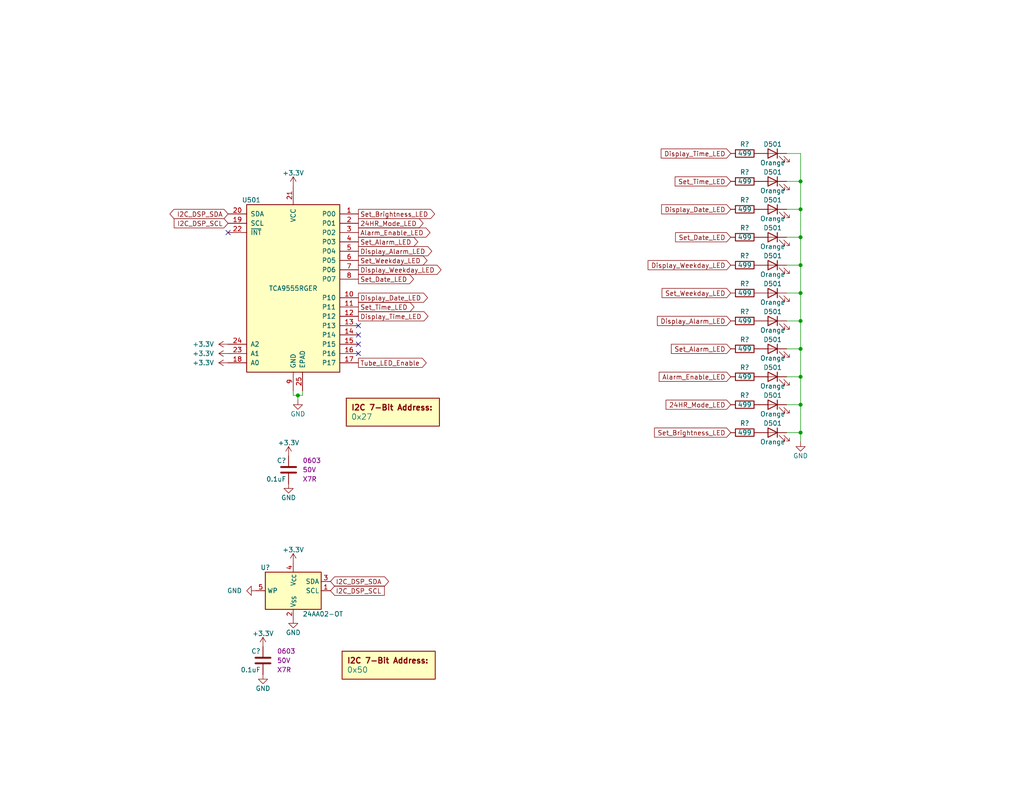
<source format=kicad_sch>
(kicad_sch (version 20230121) (generator eeschema)
  (paper "A")
  (title_block (date "2023-05-21") (rev "PRELIM") (company "Drew Maatman"))
  (lib_symbols
    (symbol "Custom_Library:C_Custom" (pin_numbers hide) (pin_names (offset 0.254))
      (property "Reference" "C" (at 0.635 2.54 0))
      (property "Value" "C_Custom" (at 0.635 -2.54 0))
      (property "display_footprint" "Foot" (at -3.81 2.54 0))
      (property "Voltage" "V" (at -3.81 0 0))
      (property "Dielectric" "Er" (at -3.81 -2.54 0))
      (symbol "C_Custom_0_1"
        (polyline (pts (xy -2.032 -0.762) (xy 2.032 -0.762)) (stroke (width 0.508)))
        (polyline (pts (xy -2.032 0.762) (xy 2.032 0.762)) (stroke (width 0.508)))
      )
      (symbol "C_Custom_1_1"
        (pin passive line (at 0 3.81 270) (length 2.794) (name "~") (number "1"))
        (pin passive line (at 0 -3.81 90) (length 2.794) (name "~") (number "2"))
      )
    )
    (symbol "Custom_Library:I2C_Address" (pin_names (offset 1.016))
      (property "Value" "I2C_Address" (at -11.43 0 0))
      (symbol "I2C_Address_0_0"
        (rectangle (start -12.7 5.08) (end 12.7 -2.54) (stroke (width 0.254)) (fill (type background)))
        (text "I2C 7-Bit Address:" (at -11.43 2.54 0) (effects (font (size 1.524 1.524) bold) (justify left)))
      )
    )
    (symbol "Custom_Library:R_Custom" (pin_numbers hide) (pin_names (offset 1.016) hide)
      (property "Reference" "R" (at -2.54 0 90))
      (property "Value" "R_Custom" (at 0 0 90))
      (property "display_footprint" "Foot" (at 2.54 0 90))
      (property "Tolerance" "Tol" (at 5.08 0 90))
      (property "Wattage" "W" (at 7.62 0 90))
      (symbol "R_Custom_0_1"
        (rectangle (start 1.016 2.54) (end -1.016 -2.54) (stroke (width 0.254)))
      )
      (symbol "R_Custom_1_1"
        (pin passive line (at 0 3.81 270) (length 1.27) (name "1") (number "1"))
        (pin passive line (at 0 -3.81 90) (length 1.27) (name "2") (number "2"))
      )
    )
    (symbol "Device:LED" (pin_numbers hide) (pin_names (offset 1.016) hide)
      (property "Reference" "D" (at 0 2.54 0))
      (property "Value" "LED" (at 0 -2.54 0))
      (symbol "LED_0_1"
        (polyline (pts (xy -1.27 -1.27) (xy -1.27 1.27)) (stroke (width 0.254)))
        (polyline (pts (xy -1.27 0) (xy 1.27 0)))
        (polyline (pts (xy 1.27 -1.27) (xy 1.27 1.27) (xy -1.27 0) (xy 1.27 -1.27)) (stroke (width 0.254)))
        (polyline (pts (xy -3.048 -0.762) (xy -4.572 -2.286) (xy -3.81 -2.286) (xy -4.572 -2.286) (xy -4.572 -1.524)))
        (polyline (pts (xy -1.778 -0.762) (xy -3.302 -2.286) (xy -2.54 -2.286) (xy -3.302 -2.286) (xy -3.302 -1.524)))
      )
      (symbol "LED_1_1"
        (pin passive line (at -3.81 0 0) (length 2.54) (name "K") (number "1"))
        (pin passive line (at 3.81 0 180) (length 2.54) (name "A") (number "2"))
      )
    )
    (symbol "Interface_Expansion:TCA9555RGER" (pin_names (offset 1.016))
      (property "Reference" "U" (at -11.43 24.13 0))
      (property "Value" "TCA9555RGER" (at 0 0 0))
      (symbol "TCA9555RGER_0_1"
        (rectangle (start -12.7 22.86) (end 12.7 -22.86) (stroke (width 0.254)) (fill (type background)))
      )
      (symbol "TCA9555RGER_1_1"
        (pin bidirectional line (at 17.78 20.32 180) (length 5.08) (name "P00") (number "1"))
        (pin bidirectional line (at 17.78 -2.54 180) (length 5.08) (name "P10") (number "10"))
        (pin bidirectional line (at 17.78 -5.08 180) (length 5.08) (name "P11") (number "11"))
        (pin bidirectional line (at 17.78 -7.62 180) (length 5.08) (name "P12") (number "12"))
        (pin bidirectional line (at 17.78 -10.16 180) (length 5.08) (name "P13") (number "13"))
        (pin bidirectional line (at 17.78 -12.7 180) (length 5.08) (name "P14") (number "14"))
        (pin bidirectional line (at 17.78 -15.24 180) (length 5.08) (name "P15") (number "15"))
        (pin bidirectional line (at 17.78 -17.78 180) (length 5.08) (name "P16") (number "16"))
        (pin bidirectional line (at 17.78 -20.32 180) (length 5.08) (name "P17") (number "17"))
        (pin input line (at -17.78 -20.32 0) (length 5.08) (name "A0") (number "18"))
        (pin input line (at -17.78 17.78 0) (length 5.08) (name "SCL") (number "19"))
        (pin bidirectional line (at 17.78 17.78 180) (length 5.08) (name "P01") (number "2"))
        (pin bidirectional line (at -17.78 20.32 0) (length 5.08) (name "SDA") (number "20"))
        (pin power_in line (at 0 27.94 270) (length 5.08) (name "VCC") (number "21"))
        (pin open_collector line (at -17.78 15.24 0) (length 5.08) (name "~{INT}") (number "22"))
        (pin input line (at -17.78 -17.78 0) (length 5.08) (name "A1") (number "23"))
        (pin input line (at -17.78 -15.24 0) (length 5.08) (name "A2") (number "24"))
        (pin input line (at 2.54 -27.94 90) (length 5.08) (name "EPAD") (number "25"))
        (pin bidirectional line (at 17.78 15.24 180) (length 5.08) (name "P02") (number "3"))
        (pin bidirectional line (at 17.78 12.7 180) (length 5.08) (name "P03") (number "4"))
        (pin bidirectional line (at 17.78 10.16 180) (length 5.08) (name "P04") (number "5"))
        (pin bidirectional line (at 17.78 7.62 180) (length 5.08) (name "P05") (number "6"))
        (pin bidirectional line (at 17.78 5.08 180) (length 5.08) (name "P06") (number "7"))
        (pin bidirectional line (at 17.78 2.54 180) (length 5.08) (name "P07") (number "8"))
        (pin power_in line (at 0 -27.94 90) (length 5.08) (name "GND") (number "9"))
      )
    )
    (symbol "Memory_EEPROM:24AA02-OT"
      (property "Reference" "U" (at -7.62 6.35 0))
      (property "Value" "24AA02-OT" (at 2.54 -6.35 0))
      (symbol "24AA02-OT_1_1"
        (rectangle (start -7.62 5.08) (end 7.62 -5.08) (stroke (width 0.254)) (fill (type background)))
        (pin input line (at 10.16 0 180) (length 2.54) (name "SCL") (number "1"))
        (pin power_in line (at 0 -7.62 90) (length 2.54) (name "V_{SS}") (number "2"))
        (pin bidirectional line (at 10.16 2.54 180) (length 2.54) (name "SDA") (number "3"))
        (pin power_in line (at 0 7.62 270) (length 2.54) (name "V_{CC}") (number "4"))
        (pin input line (at -10.16 0 0) (length 2.54) (name "WP") (number "5"))
      )
    )
    (symbol "power:+3.3V" (power) (pin_names (offset 0))
      (property "Value" "+3.3V" (at 0 3.556 0))
      (symbol "+3.3V_0_1"
        (polyline (pts (xy -0.762 1.27) (xy 0 2.54)))
        (polyline (pts (xy 0 0) (xy 0 2.54)))
        (polyline (pts (xy 0 2.54) (xy 0.762 1.27)))
      )
      (symbol "+3.3V_1_1"
        (pin power_in line (at 0 0 90) (length 0) hide (name "+3.3V") (number "1"))
      )
    )
    (symbol "power:GND" (power) (pin_names (offset 0))
      (property "Value" "GND" (at 0 -3.81 0))
      (symbol "GND_0_1"
        (polyline (pts (xy 0 0) (xy 0 -1.27) (xy 1.27 -1.27) (xy 0 -2.54) (xy -1.27 -1.27) (xy 0 -1.27)))
      )
      (symbol "GND_1_1"
        (pin power_in line (at 0 0 270) (length 0) hide (name "GND") (number "1"))
      )
    )
  )
  (junction (at 218.44 110.49))
  (junction (at 218.44 64.77))
  (junction (at 81.28 107.95))
  (junction (at 218.44 87.63))
  (junction (at 218.44 49.53))
  (junction (at 218.44 72.39))
  (junction (at 218.44 118.11))
  (junction (at 218.44 57.15))
  (junction (at 218.44 95.25))
  (junction (at 218.44 80.01))
  (junction (at 218.44 102.87))
  (no_connect (at 97.79 91.44))
  (no_connect (at 97.79 93.98))
  (no_connect (at 62.23 63.5))
  (no_connect (at 97.79 96.52))
  (no_connect (at 97.79 88.9))
  (wire (pts (xy 218.44 102.87) (xy 218.44 95.25)))
  (wire (pts (xy 81.28 109.22) (xy 81.28 107.95)))
  (wire (pts (xy 218.44 120.65) (xy 218.44 118.11)))
  (wire (pts (xy 82.55 107.95) (xy 82.55 106.68)))
  (wire (pts (xy 218.44 102.87) (xy 214.63 102.87)))
  (wire (pts (xy 214.63 80.01) (xy 218.44 80.01)))
  (wire (pts (xy 218.44 87.63) (xy 214.63 87.63)))
  (wire (pts (xy 218.44 95.25) (xy 218.44 87.63)))
  (wire (pts (xy 218.44 41.91) (xy 214.63 41.91)))
  (wire (pts (xy 81.28 107.95) (xy 80.01 107.95)))
  (wire (pts (xy 214.63 49.53) (xy 218.44 49.53)))
  (wire (pts (xy 218.44 64.77) (xy 218.44 57.15)))
  (wire (pts (xy 218.44 118.11) (xy 218.44 110.49)))
  (wire (pts (xy 80.01 107.95) (xy 80.01 106.68)))
  (wire (pts (xy 214.63 95.25) (xy 218.44 95.25)))
  (wire (pts (xy 218.44 57.15) (xy 214.63 57.15)))
  (wire (pts (xy 214.63 64.77) (xy 218.44 64.77)))
  (wire (pts (xy 214.63 110.49) (xy 218.44 110.49)))
  (wire (pts (xy 81.28 107.95) (xy 82.55 107.95)))
  (wire (pts (xy 218.44 72.39) (xy 218.44 64.77)))
  (wire (pts (xy 218.44 49.53) (xy 218.44 41.91)))
  (wire (pts (xy 218.44 87.63) (xy 218.44 80.01)))
  (wire (pts (xy 218.44 72.39) (xy 214.63 72.39)))
  (wire (pts (xy 218.44 57.15) (xy 218.44 49.53)))
  (wire (pts (xy 218.44 80.01) (xy 218.44 72.39)))
  (wire (pts (xy 214.63 118.11) (xy 218.44 118.11)))
  (wire (pts (xy 218.44 110.49) (xy 218.44 102.87)))
  (global_label "Display_Time_LED" (shape input) (at 199.39 41.91 180) (property "Intersheetrefs" "${INTERSHEET_REFS}" (effects hide)))
  (global_label "Display_Alarm_LED" (shape input) (at 199.39 87.63 180) (property "Intersheetrefs" "${INTERSHEET_REFS}" (effects hide)))
  (global_label "Set_Date_LED" (shape output) (at 97.79 76.2 0) (property "Intersheetrefs" "${INTERSHEET_REFS}" (effects hide)))
  (global_label "Set_Time_LED" (shape input) (at 199.39 49.53 180) (property "Intersheetrefs" "${INTERSHEET_REFS}" (effects hide)))
  (global_label "Tube_LED_Enable" (shape output) (at 97.79 99.06 0) (property "Intersheetrefs" "${INTERSHEET_REFS}" (effects hide)))
  (global_label "I2C_DSP_SCL" (shape input) (at 90.17 161.29 0) (property "Intersheetrefs" "${INTERSHEET_REFS}" (effects hide)))
  (global_label "Set_Weekday_LED" (shape output) (at 97.79 71.12 0) (property "Intersheetrefs" "${INTERSHEET_REFS}" (effects hide)))
  (global_label "I2C_DSP_SDA" (shape bidirectional) (at 62.23 58.42 180) (property "Intersheetrefs" "${INTERSHEET_REFS}" (effects hide)))
  (global_label "Display_Weekday_LED" (shape output) (at 97.79 73.66 0) (property "Intersheetrefs" "${INTERSHEET_REFS}" (effects hide)))
  (global_label "Set_Brightness_LED" (shape input) (at 199.39 118.11 180) (property "Intersheetrefs" "${INTERSHEET_REFS}" (effects hide)))
  (global_label "Display_Time_LED" (shape output) (at 97.79 86.36 0) (property "Intersheetrefs" "${INTERSHEET_REFS}" (effects hide)))
  (global_label "Set_Date_LED" (shape input) (at 199.39 64.77 180) (property "Intersheetrefs" "${INTERSHEET_REFS}" (effects hide)))
  (global_label "Display_Alarm_LED" (shape output) (at 97.79 68.58 0) (property "Intersheetrefs" "${INTERSHEET_REFS}" (effects hide)))
  (global_label "Set_Time_LED" (shape output) (at 97.79 83.82 0) (property "Intersheetrefs" "${INTERSHEET_REFS}" (effects hide)))
  (global_label "24HR_Mode_LED" (shape input) (at 199.39 110.49 180) (property "Intersheetrefs" "${INTERSHEET_REFS}" (effects hide)))
  (global_label "Display_Date_LED" (shape input) (at 199.39 57.15 180) (property "Intersheetrefs" "${INTERSHEET_REFS}" (effects hide)))
  (global_label "24HR_Mode_LED" (shape output) (at 97.79 60.96 0) (property "Intersheetrefs" "${INTERSHEET_REFS}" (effects hide)))
  (global_label "Set_Weekday_LED" (shape input) (at 199.39 80.01 180) (property "Intersheetrefs" "${INTERSHEET_REFS}" (effects hide)))
  (global_label "Display_Date_LED" (shape output) (at 97.79 81.28 0) (property "Intersheetrefs" "${INTERSHEET_REFS}" (effects hide)))
  (global_label "Set_Brightness_LED" (shape output) (at 97.79 58.42 0) (property "Intersheetrefs" "${INTERSHEET_REFS}" (effects hide)))
  (global_label "Set_Alarm_LED" (shape output) (at 97.79 66.04 0) (property "Intersheetrefs" "${INTERSHEET_REFS}" (effects hide)))
  (global_label "Set_Alarm_LED" (shape input) (at 199.39 95.25 180) (property "Intersheetrefs" "${INTERSHEET_REFS}" (effects hide)))
  (global_label "Alarm_Enable_LED" (shape input) (at 199.39 102.87 180) (property "Intersheetrefs" "${INTERSHEET_REFS}" (effects hide)))
  (global_label "I2C_DSP_SCL" (shape input) (at 62.23 60.96 180) (property "Intersheetrefs" "${INTERSHEET_REFS}" (effects hide)))
  (global_label "Display_Weekday_LED" (shape input) (at 199.39 72.39 180) (property "Intersheetrefs" "${INTERSHEET_REFS}" (effects hide)))
  (global_label "Alarm_Enable_LED" (shape output) (at 97.79 63.5 0) (property "Intersheetrefs" "${INTERSHEET_REFS}" (effects hide)))
  (global_label "I2C_DSP_SDA" (shape bidirectional) (at 90.17 158.75 0) (property "Intersheetrefs" "${INTERSHEET_REFS}" (effects hide)))
  (symbol (lib_id "power:+3.3V") (at 80.01 50.8 0) (unit 1)
    (property "Reference" "#PWR01001" (effects hide))
    (property "Value" "+3.3V" (at 80.01 47.244 0))
  )
  (symbol (lib_id "Device:LED") (at 210.82 80.01 0) (mirror y) (unit 1)
    (property "Reference" "D501" (at 210.82 77.47 0))
    (property "Value" "Orange" (at 210.82 82.55 0))
    (property "Footprint" "LEDs:LED_0603" (effects hide))
    (instances (project "IV-6_Display_Board" (path "" (reference "D501") (unit 1))) (project "IN12_carrier" (path "" (reference "D?") (unit 1))))
  )
  (symbol (lib_id "Device:LED") (at 210.82 118.11 0) (mirror y) (unit 1)
    (property "Reference" "D501" (at 210.82 115.57 0))
    (property "Value" "Orange" (at 210.82 120.65 0))
    (property "Footprint" "LEDs:LED_0603" (effects hide))
    (instances (project "IV-6_Display_Board" (path "" (reference "D501") (unit 1))) (project "IN12_carrier" (path "" (reference "D?") (unit 1))))
  )
  (symbol (lib_id "Memory_EEPROM:24AA02-OT") (at 80.01 161.29 0) (unit 1)
    (property "Reference" "U?" (at 72.39 154.94 0))
    (property "Value" "24AA02-OT" (at 82.55 167.64 0) (effects (justify left)))
    (property "Footprint" "Package_TO_SOT_SMD:SOT-23-5" (effects hide))
    (property "Datasheet" "http://ww1.microchip.com/downloads/en/DeviceDoc/21709J.pdf" (effects hide))
  )
  (symbol (lib_id "Device:LED") (at 210.82 64.77 0) (mirror y) (unit 1)
    (property "Reference" "D501" (at 210.82 62.23 0))
    (property "Value" "Orange" (at 210.82 67.31 0))
    (property "Footprint" "LEDs:LED_0603" (effects hide))
    (instances (project "IV-6_Display_Board" (path "" (reference "D501") (unit 1))) (project "IN12_carrier" (path "" (reference "D?") (unit 1))))
  )
  (symbol (lib_id "power:GND") (at 80.01 168.91 0) (unit 1)
    (property "Reference" "#PWR?" (effects hide))
    (property "Value" "GND" (at 80.01 172.72 0))
    (instances (project "IV-6_Display_Board" (path "" (reference "#PWR?") (unit 1)) (path "" (reference "#PWR?") (unit 1)) (path "" (reference "#PWR?") (unit 1)) (path "" (reference "#PWR0505") (unit 1)) (path "" (reference "#PWR?") (unit 1))) (project "IN12_carrier" (path "" (reference "#PWR01009") (unit 1))))
  )
  (symbol (lib_id "Custom_Library:R_Custom") (at 203.2 64.77 90) (mirror x) (unit 1)
    (property "Reference" "R?" (at 203.2 62.23 90))
    (property "Value" "499" (at 203.2 64.77 90))
    (property "Footprint" "Resistors_SMD:R_0603" (effects hide))
    (property "display_footprint" "0603" (effects hide))
    (property "Tolerance" "1%" (effects hide))
    (property "Wattage" "1/10W" (effects hide))
    (instances (project "IV-6_Display_Board" (path "" (reference "R?") (unit 1)) (path "" (reference "R?") (unit 1)) (path "" (reference "R?") (unit 1)) (path "" (reference "R?") (unit 1)) (path "" (reference "R?") (unit 1)) (path "" (reference "R?") (unit 1)) (path "" (reference "R504") (unit 1)) (path "" (reference "R?") (unit 1)) (path "" (reference "R?") (unit 1))) (project "IN12_carrier" (path "" (reference "R?") (unit 1))))
  )
  (symbol (lib_id "Custom_Library:C_Custom") (at 78.74 128.27 0) (mirror y) (unit 1)
    (property "Reference" "C?" (at 78.105 125.73 0) (effects (justify left)))
    (property "Value" "0.1uF" (at 78.105 130.81 0) (effects (justify left)))
    (property "Footprint" "Capacitors_SMD:C_0603" (effects hide))
    (property "display_footprint" "0603" (at 82.55 125.73 0) (effects (justify right)))
    (property "Voltage" "50V" (at 82.55 128.27 0) (effects (justify right)))
    (property "Dielectric" "X7R" (at 82.55 130.81 0) (effects (justify right)))
    (instances (project "IV-6_Display_Board" (path "" (reference "C?") (unit 1)) (path "" (reference "C?") (unit 1)) (path "" (reference "C?") (unit 1)) (path "" (reference "C?") (unit 1)) (path "" (reference "C?") (unit 1)) (path "" (reference "C?") (unit 1)) (path "" (reference "C501") (unit 1)) (path "" (reference "C?") (unit 1)) (path "" (reference "C?") (unit 1))) (project "IN12_carrier" (path "" (reference "C?") (unit 1))))
  )
  (symbol (lib_id "Custom_Library:I2C_Address") (at 106.045 182.88 0) (unit 1)
    (property "Reference" "DOC501" (effects hide))
    (property "Value" "0x50" (at 94.615 182.88 0) (effects (font (size 1.524 1.524)) (justify left)))
    (instances (project "IV-6_Display_Board" (path "" (reference "DOC501") (unit 1))) (project "IN12_carrier" (path "" (reference "DOC?") (unit 1))))
  )
  (symbol (lib_id "Custom_Library:R_Custom") (at 203.2 80.01 90) (mirror x) (unit 1)
    (property "Reference" "R?" (at 203.2 77.47 90))
    (property "Value" "499" (at 203.2 80.01 90))
    (property "Footprint" "Resistors_SMD:R_0603" (effects hide))
    (property "display_footprint" "0603" (effects hide))
    (property "Tolerance" "1%" (effects hide))
    (property "Wattage" "1/10W" (effects hide))
    (instances (project "IV-6_Display_Board" (path "" (reference "R?") (unit 1)) (path "" (reference "R?") (unit 1)) (path "" (reference "R?") (unit 1)) (path "" (reference "R?") (unit 1)) (path "" (reference "R?") (unit 1)) (path "" (reference "R?") (unit 1)) (path "" (reference "R506") (unit 1)) (path "" (reference "R?") (unit 1)) (path "" (reference "R?") (unit 1))) (project "IN12_carrier" (path "" (reference "R?") (unit 1))))
  )
  (symbol (lib_id "power:+3.3V") (at 62.23 99.06 90) (unit 1)
    (property "Reference" "#PWR01003" (effects hide))
    (property "Value" "+3.3V" (at 58.42 99.06 90) (effects (justify left)))
  )
  (symbol (lib_id "Device:LED") (at 210.82 110.49 0) (mirror y) (unit 1)
    (property "Reference" "D501" (at 210.82 107.95 0))
    (property "Value" "Orange" (at 210.82 113.03 0))
    (property "Footprint" "LEDs:LED_0603" (effects hide))
    (instances (project "IV-6_Display_Board" (path "" (reference "D501") (unit 1))) (project "IN12_carrier" (path "" (reference "D?") (unit 1))))
  )
  (symbol (lib_id "Custom_Library:R_Custom") (at 203.2 110.49 90) (mirror x) (unit 1)
    (property "Reference" "R?" (at 203.2 107.95 90))
    (property "Value" "499" (at 203.2 110.49 90))
    (property "Footprint" "Resistors_SMD:R_0603" (effects hide))
    (property "display_footprint" "0603" (effects hide))
    (property "Tolerance" "1%" (effects hide))
    (property "Wattage" "1/10W" (effects hide))
    (instances (project "IV-6_Display_Board" (path "" (reference "R?") (unit 1)) (path "" (reference "R?") (unit 1)) (path "" (reference "R?") (unit 1)) (path "" (reference "R?") (unit 1)) (path "" (reference "R?") (unit 1)) (path "" (reference "R?") (unit 1)) (path "" (reference "R510") (unit 1)) (path "" (reference "R?") (unit 1)) (path "" (reference "R?") (unit 1))) (project "IN12_carrier" (path "" (reference "R?") (unit 1))))
  )
  (symbol (lib_id "Custom_Library:R_Custom") (at 203.2 102.87 90) (mirror x) (unit 1)
    (property "Reference" "R?" (at 203.2 100.33 90))
    (property "Value" "499" (at 203.2 102.87 90))
    (property "Footprint" "Resistors_SMD:R_0603" (effects hide))
    (property "display_footprint" "0603" (effects hide))
    (property "Tolerance" "1%" (effects hide))
    (property "Wattage" "1/10W" (effects hide))
    (instances (project "IV-6_Display_Board" (path "" (reference "R?") (unit 1)) (path "" (reference "R?") (unit 1)) (path "" (reference "R?") (unit 1)) (path "" (reference "R?") (unit 1)) (path "" (reference "R?") (unit 1)) (path "" (reference "R?") (unit 1)) (path "" (reference "R509") (unit 1)) (path "" (reference "R?") (unit 1)) (path "" (reference "R?") (unit 1))) (project "IN12_carrier" (path "" (reference "R?") (unit 1))))
  )
  (symbol (lib_id "Custom_Library:R_Custom") (at 203.2 87.63 90) (mirror x) (unit 1)
    (property "Reference" "R?" (at 203.2 85.09 90))
    (property "Value" "499" (at 203.2 87.63 90))
    (property "Footprint" "Resistors_SMD:R_0603" (effects hide))
    (property "display_footprint" "0603" (effects hide))
    (property "Tolerance" "1%" (effects hide))
    (property "Wattage" "1/10W" (effects hide))
    (instances (project "IV-6_Display_Board" (path "" (reference "R?") (unit 1)) (path "" (reference "R?") (unit 1)) (path "" (reference "R?") (unit 1)) (path "" (reference "R?") (unit 1)) (path "" (reference "R?") (unit 1)) (path "" (reference "R?") (unit 1)) (path "" (reference "R507") (unit 1)) (path "" (reference "R?") (unit 1)) (path "" (reference "R?") (unit 1))) (project "IN12_carrier" (path "" (reference "R?") (unit 1))))
  )
  (symbol (lib_id "Custom_Library:R_Custom") (at 203.2 49.53 90) (mirror x) (unit 1)
    (property "Reference" "R?" (at 203.2 46.99 90))
    (property "Value" "499" (at 203.2 49.53 90))
    (property "Footprint" "Resistors_SMD:R_0603" (effects hide))
    (property "display_footprint" "0603" (effects hide))
    (property "Tolerance" "1%" (effects hide))
    (property "Wattage" "1/10W" (effects hide))
    (instances (project "IV-6_Display_Board" (path "" (reference "R?") (unit 1)) (path "" (reference "R?") (unit 1)) (path "" (reference "R?") (unit 1)) (path "" (reference "R?") (unit 1)) (path "" (reference "R?") (unit 1)) (path "" (reference "R?") (unit 1)) (path "" (reference "R502") (unit 1)) (path "" (reference "R?") (unit 1)) (path "" (reference "R?") (unit 1))) (project "IN12_carrier" (path "" (reference "R?") (unit 1))))
  )
  (symbol (lib_id "Device:LED") (at 210.82 49.53 0) (mirror y) (unit 1)
    (property "Reference" "D501" (at 210.82 46.99 0))
    (property "Value" "Orange" (at 210.82 52.07 0))
    (property "Footprint" "LEDs:LED_0603" (effects hide))
    (instances (project "IV-6_Display_Board" (path "" (reference "D501") (unit 1))) (project "IN12_carrier" (path "" (reference "D?") (unit 1))))
  )
  (symbol (lib_id "power:GND") (at 218.44 120.65 0) (unit 1)
    (property "Reference" "#PWR0508" (effects hide))
    (property "Value" "GND" (at 218.44 124.46 0))
    (instances (project "IV-6_Display_Board" (path "" (reference "#PWR0508") (unit 1))) (project "IN12_carrier" (path "" (reference "#PWR01008") (unit 1))))
  )
  (symbol (lib_id "Device:LED") (at 210.82 72.39 0) (mirror y) (unit 1)
    (property "Reference" "D501" (at 210.82 69.85 0))
    (property "Value" "Orange" (at 210.82 74.93 0))
    (property "Footprint" "LEDs:LED_0603" (effects hide))
    (instances (project "IV-6_Display_Board" (path "" (reference "D501") (unit 1))) (project "IN12_carrier" (path "" (reference "D?") (unit 1))))
  )
  (symbol (lib_id "Device:LED") (at 210.82 87.63 0) (mirror y) (unit 1)
    (property "Reference" "D501" (at 210.82 85.09 0))
    (property "Value" "Orange" (at 210.82 90.17 0))
    (property "Footprint" "LEDs:LED_0603" (effects hide))
    (instances (project "IV-6_Display_Board" (path "" (reference "D501") (unit 1))) (project "IN12_carrier" (path "" (reference "D?") (unit 1))))
  )
  (symbol (lib_id "Custom_Library:R_Custom") (at 203.2 95.25 90) (mirror x) (unit 1)
    (property "Reference" "R?" (at 203.2 92.71 90))
    (property "Value" "499" (at 203.2 95.25 90))
    (property "Footprint" "Resistors_SMD:R_0603" (effects hide))
    (property "display_footprint" "0603" (effects hide))
    (property "Tolerance" "1%" (effects hide))
    (property "Wattage" "1/10W" (effects hide))
    (instances (project "IV-6_Display_Board" (path "" (reference "R?") (unit 1)) (path "" (reference "R?") (unit 1)) (path "" (reference "R?") (unit 1)) (path "" (reference "R?") (unit 1)) (path "" (reference "R?") (unit 1)) (path "" (reference "R?") (unit 1)) (path "" (reference "R508") (unit 1)) (path "" (reference "R?") (unit 1)) (path "" (reference "R?") (unit 1))) (project "IN12_carrier" (path "" (reference "R?") (unit 1))))
  )
  (symbol (lib_id "power:GND") (at 69.85 161.29 270) (unit 1)
    (property "Reference" "#PWR?" (effects hide))
    (property "Value" "GND" (at 66.04 161.29 90) (effects (justify right)))
    (instances (project "IV-6_Display_Board" (path "" (reference "#PWR?") (unit 1)) (path "" (reference "#PWR?") (unit 1)) (path "" (reference "#PWR?") (unit 1)) (path "" (reference "#PWR0505") (unit 1)) (path "" (reference "#PWR?") (unit 1))) (project "IN12_carrier" (path "" (reference "#PWR01010") (unit 1))))
  )
  (symbol (lib_id "power:+3.3V") (at 71.755 176.53 0) (unit 1)
    (property "Reference" "#PWR01011" (effects hide))
    (property "Value" "+3.3V" (at 71.755 172.974 0))
  )
  (symbol (lib_id "Custom_Library:R_Custom") (at 203.2 57.15 90) (mirror x) (unit 1)
    (property "Reference" "R?" (at 203.2 54.61 90))
    (property "Value" "499" (at 203.2 57.15 90))
    (property "Footprint" "Resistors_SMD:R_0603" (effects hide))
    (property "display_footprint" "0603" (effects hide))
    (property "Tolerance" "1%" (effects hide))
    (property "Wattage" "1/10W" (effects hide))
    (instances (project "IV-6_Display_Board" (path "" (reference "R?") (unit 1)) (path "" (reference "R?") (unit 1)) (path "" (reference "R?") (unit 1)) (path "" (reference "R?") (unit 1)) (path "" (reference "R?") (unit 1)) (path "" (reference "R?") (unit 1)) (path "" (reference "R503") (unit 1)) (path "" (reference "R?") (unit 1)) (path "" (reference "R?") (unit 1))) (project "IN12_carrier" (path "" (reference "R?") (unit 1))))
  )
  (symbol (lib_id "power:GND") (at 71.755 184.15 0) (unit 1)
    (property "Reference" "#PWR?" (effects hide))
    (property "Value" "GND" (at 71.755 187.96 0))
    (instances (project "IV-6_Display_Board" (path "" (reference "#PWR?") (unit 1)) (path "" (reference "#PWR?") (unit 1)) (path "" (reference "#PWR?") (unit 1)) (path "" (reference "#PWR0505") (unit 1)) (path "" (reference "#PWR?") (unit 1))) (project "IN12_carrier" (path "" (reference "#PWR01012") (unit 1))))
  )
  (symbol (lib_id "power:+3.3V") (at 62.23 93.98 90) (unit 1)
    (property "Reference" "#PWR01006" (effects hide))
    (property "Value" "+3.3V" (at 58.42 93.98 90) (effects (justify left)))
  )
  (symbol (lib_id "Device:LED") (at 210.82 102.87 0) (mirror y) (unit 1)
    (property "Reference" "D501" (at 210.82 100.33 0))
    (property "Value" "Orange" (at 210.82 105.41 0))
    (property "Footprint" "LEDs:LED_0603" (effects hide))
    (instances (project "IV-6_Display_Board" (path "" (reference "D501") (unit 1))) (project "IN12_carrier" (path "" (reference "D?") (unit 1))))
  )
  (symbol (lib_id "power:GND") (at 78.74 132.08 0) (unit 1)
    (property "Reference" "#PWR?" (effects hide))
    (property "Value" "GND" (at 78.74 135.89 0))
    (instances (project "IV-6_Display_Board" (path "" (reference "#PWR?") (unit 1)) (path "" (reference "#PWR?") (unit 1)) (path "" (reference "#PWR?") (unit 1)) (path "" (reference "#PWR0505") (unit 1)) (path "" (reference "#PWR?") (unit 1))) (project "IN12_carrier" (path "" (reference "#PWR01005") (unit 1))))
  )
  (symbol (lib_id "Custom_Library:I2C_Address") (at 107.188 113.792 0) (unit 1)
    (property "Reference" "DOC501" (effects hide))
    (property "Value" "0x27" (at 95.758 113.792 0) (effects (font (size 1.524 1.524)) (justify left)))
    (instances (project "IV-6_Display_Board" (path "" (reference "DOC501") (unit 1))) (project "IN12_carrier" (path "" (reference "DOC?") (unit 1))))
  )
  (symbol (lib_id "power:+3.3V") (at 62.23 96.52 90) (unit 1)
    (property "Reference" "#PWR01004" (effects hide))
    (property "Value" "+3.3V" (at 58.42 96.52 90) (effects (justify left)))
  )
  (symbol (lib_id "Custom_Library:R_Custom") (at 203.2 72.39 90) (mirror x) (unit 1)
    (property "Reference" "R?" (at 203.2 69.85 90))
    (property "Value" "499" (at 203.2 72.39 90))
    (property "Footprint" "Resistors_SMD:R_0603" (effects hide))
    (property "display_footprint" "0603" (effects hide))
    (property "Tolerance" "1%" (effects hide))
    (property "Wattage" "1/10W" (effects hide))
    (instances (project "IV-6_Display_Board" (path "" (reference "R?") (unit 1)) (path "" (reference "R?") (unit 1)) (path "" (reference "R?") (unit 1)) (path "" (reference "R?") (unit 1)) (path "" (reference "R?") (unit 1)) (path "" (reference "R?") (unit 1)) (path "" (reference "R505") (unit 1)) (path "" (reference "R?") (unit 1)) (path "" (reference "R?") (unit 1))) (project "IN12_carrier" (path "" (reference "R?") (unit 1))))
  )
  (symbol (lib_id "Device:LED") (at 210.82 57.15 0) (mirror y) (unit 1)
    (property "Reference" "D501" (at 210.82 54.61 0))
    (property "Value" "Orange" (at 210.82 59.69 0))
    (property "Footprint" "LEDs:LED_0603" (effects hide))
    (instances (project "IV-6_Display_Board" (path "" (reference "D501") (unit 1))) (project "IN12_carrier" (path "" (reference "D?") (unit 1))))
  )
  (symbol (lib_id "Custom_Library:R_Custom") (at 203.2 118.11 90) (mirror x) (unit 1)
    (property "Reference" "R?" (at 203.2 115.57 90))
    (property "Value" "499" (at 203.2 118.11 90))
    (property "Footprint" "Resistors_SMD:R_0603" (effects hide))
    (property "display_footprint" "0603" (effects hide))
    (property "Tolerance" "1%" (effects hide))
    (property "Wattage" "1/10W" (effects hide))
    (instances (project "IV-6_Display_Board" (path "" (reference "R?") (unit 1)) (path "" (reference "R?") (unit 1)) (path "" (reference "R?") (unit 1)) (path "" (reference "R?") (unit 1)) (path "" (reference "R?") (unit 1)) (path "" (reference "R?") (unit 1)) (path "" (reference "R511") (unit 1)) (path "" (reference "R?") (unit 1)) (path "" (reference "R?") (unit 1))) (project "IN12_carrier" (path "" (reference "R?") (unit 1))))
  )
  (symbol (lib_id "Interface_Expansion:TCA9555RGER") (at 80.01 78.74 0) (unit 1)
    (property "Reference" "U501" (at 68.58 54.61 0))
    (property "Value" "TCA9555RGER" (at 80.01 78.74 0))
    (property "Footprint" "Package_DFN_QFN:QFN-24-1EP_4x4mm_P0.5mm_EP2.6x2.6mm" (effects hide))
    (property "Datasheet" "http://www.ti.com/lit/ds/symlink/tca9555.pdf" (effects hide))
    (property "Digi-Key PN" "296-44537-1-ND" (effects hide))
    (instances (project "IV-6_Display_Board" (path "" (reference "U501") (unit 1))) (project "IN12_carrier" (path "" (reference "U?") (unit 1))))
  )
  (symbol (lib_id "power:+3.3V") (at 78.74 124.46 0) (unit 1)
    (property "Reference" "#PWR01002" (effects hide))
    (property "Value" "+3.3V" (at 78.74 120.904 0))
  )
  (symbol (lib_id "Device:LED") (at 210.82 95.25 0) (mirror y) (unit 1)
    (property "Reference" "D501" (at 210.82 92.71 0))
    (property "Value" "Orange" (at 210.82 97.79 0))
    (property "Footprint" "LEDs:LED_0603" (effects hide))
    (instances (project "IV-6_Display_Board" (path "" (reference "D501") (unit 1))) (project "IN12_carrier" (path "" (reference "D?") (unit 1))))
  )
  (symbol (lib_id "Custom_Library:R_Custom") (at 203.2 41.91 90) (mirror x) (unit 1)
    (property "Reference" "R?" (at 203.2 39.37 90))
    (property "Value" "499" (at 203.2 41.91 90))
    (property "Footprint" "Resistors_SMD:R_0603" (effects hide))
    (property "display_footprint" "0603" (effects hide))
    (property "Tolerance" "1%" (effects hide))
    (property "Wattage" "1/10W" (effects hide))
    (instances (project "IV-6_Display_Board" (path "" (reference "R?") (unit 1)) (path "" (reference "R?") (unit 1)) (path "" (reference "R?") (unit 1)) (path "" (reference "R?") (unit 1)) (path "" (reference "R?") (unit 1)) (path "" (reference "R?") (unit 1)) (path "" (reference "R501") (unit 1)) (path "" (reference "R?") (unit 1)) (path "" (reference "R?") (unit 1))) (project "IN12_carrier" (path "" (reference "R?") (unit 1))))
  )
  (symbol (lib_id "Device:LED") (at 210.82 41.91 0) (mirror y) (unit 1)
    (property "Reference" "D501" (at 210.82 39.37 0))
    (property "Value" "Orange" (at 210.82 44.45 0))
    (property "Footprint" "LEDs:LED_0603" (effects hide))
    (instances (project "IV-6_Display_Board" (path "" (reference "D501") (unit 1))) (project "IN12_carrier" (path "" (reference "D?") (unit 1))))
  )
  (symbol (lib_id "power:+3.3V") (at 80.01 153.67 0) (unit 1)
    (property "Reference" "#PWR01013" (effects hide))
    (property "Value" "+3.3V" (at 80.01 150.114 0))
  )
  (symbol (lib_id "power:GND") (at 81.28 109.22 0) (unit 1)
    (property "Reference" "#PWR0507" (effects hide))
    (property "Value" "GND" (at 81.28 113.03 0))
    (instances (project "IV-6_Display_Board" (path "" (reference "#PWR0507") (unit 1))) (project "IN12_carrier" (path "" (reference "#PWR01007") (unit 1))))
  )
  (symbol (lib_id "Custom_Library:C_Custom") (at 71.755 180.34 0) (mirror y) (unit 1)
    (property "Reference" "C?" (at 71.12 177.8 0) (effects (justify left)))
    (property "Value" "0.1uF" (at 71.12 182.88 0) (effects (justify left)))
    (property "Footprint" "Capacitors_SMD:C_0603" (effects hide))
    (property "display_footprint" "0603" (at 75.565 177.8 0) (effects (justify right)))
    (property "Voltage" "50V" (at 75.565 180.34 0) (effects (justify right)))
    (property "Dielectric" "X7R" (at 75.565 182.88 0) (effects (justify right)))
    (instances (project "IV-6_Display_Board" (path "" (reference "C?") (unit 1)) (path "" (reference "C?") (unit 1)) (path "" (reference "C?") (unit 1)) (path "" (reference "C?") (unit 1)) (path "" (reference "C?") (unit 1)) (path "" (reference "C?") (unit 1)) (path "" (reference "C501") (unit 1)) (path "" (reference "C?") (unit 1)) (path "" (reference "C?") (unit 1))) (project "IN12_carrier" (path "" (reference "C?") (unit 1))))
  )
)
</source>
